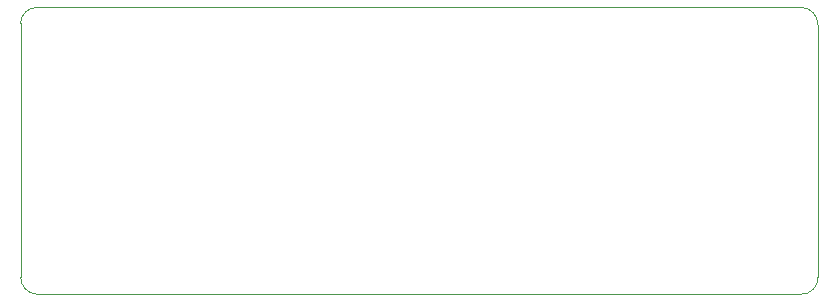
<source format=gm1>
G04 #@! TF.GenerationSoftware,KiCad,Pcbnew,(6.0.11-0)*
G04 #@! TF.CreationDate,2023-02-06T17:09:19+08:00*
G04 #@! TF.ProjectId,us3c,75733363-2e6b-4696-9361-645f70636258,rev?*
G04 #@! TF.SameCoordinates,Original*
G04 #@! TF.FileFunction,Profile,NP*
%FSLAX46Y46*%
G04 Gerber Fmt 4.6, Leading zero omitted, Abs format (unit mm)*
G04 Created by KiCad (PCBNEW (6.0.11-0)) date 2023-02-06 17:09:19*
%MOMM*%
%LPD*%
G01*
G04 APERTURE LIST*
G04 #@! TA.AperFunction,Profile*
%ADD10C,0.100000*%
G04 #@! TD*
G04 APERTURE END LIST*
D10*
X17653040Y-41160872D02*
G75*
G03*
X19013651Y-42586032I1464160J35772D01*
G01*
X85166209Y-19799119D02*
G75*
G03*
X83830962Y-18297760I-1486709J22219D01*
G01*
X85166200Y-41160981D02*
X85166200Y-19799119D01*
X19087928Y-18303014D02*
G75*
G03*
X17653000Y-19648650I-67168J-1366266D01*
G01*
X83830962Y-18297760D02*
X19087928Y-18303012D01*
X83718397Y-42582879D02*
G75*
G03*
X85166200Y-41160981I69003J1377779D01*
G01*
X19013651Y-42586032D02*
X83718400Y-42582819D01*
X17653000Y-41160873D02*
X17653000Y-19648650D01*
M02*

</source>
